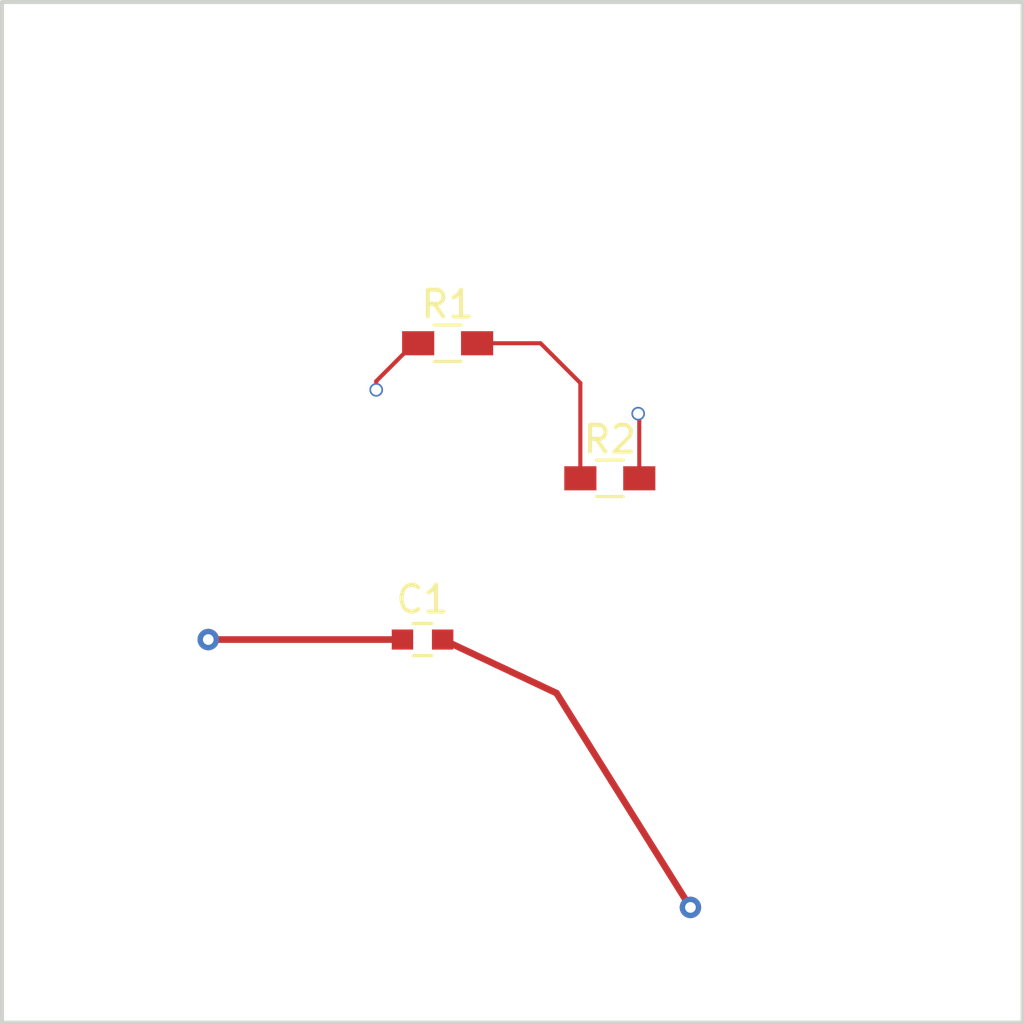
<source format=kicad_pcb>
(kicad_pcb (version 20170123) (host pcbnew "(2017-03-28 revision 8f3423b)-master")

  (general
    (links 0)
    (no_connects 1)
    (area 114.224999 76.124999 152.475001 114.375001)
    (thickness 1.6)
    (drawings 4)
    (tracks 15)
    (zones 0)
    (modules 3)
    (nets 4)
  )

  (page USLetter)
  (title_block
    (title "Topmetal-S sensor tiled plane, 10cm diameter version")
    (date 2017-03-28)
    (rev 0)
    (company LBNL)
  )

  (layers
    (0 F.Cu signal)
    (1 In1.Cu power)
    (2 In2.Cu jumper)
    (31 B.Cu signal)
    (33 F.Adhes user)
    (35 F.Paste user)
    (37 F.SilkS user)
    (39 F.Mask user)
    (40 Dwgs.User user)
    (41 Cmts.User user)
    (42 Eco1.User user)
    (43 Eco2.User user)
    (44 Edge.Cuts user)
    (45 Margin user)
    (47 F.CrtYd user)
    (49 F.Fab user)
  )

  (setup
    (last_trace_width 0.1524)
    (user_trace_width 0.1524)
    (user_trace_width 0.2032)
    (trace_clearance 0.1016)
    (zone_clearance 0.508)
    (zone_45_only no)
    (trace_min 0.1524)
    (segment_width 0.2)
    (edge_width 0.15)
    (via_size 0.508)
    (via_drill 0.381)
    (via_min_size 0.508)
    (via_min_drill 0.381)
    (user_via 0.508 0.381)
    (user_via 0.762 0.508)
    (uvia_size 0.3048)
    (uvia_drill 0.1016)
    (uvias_allowed no)
    (uvia_min_size 0)
    (uvia_min_drill 0)
    (pcb_text_width 0.3)
    (pcb_text_size 1.5 1.5)
    (mod_edge_width 0.15)
    (mod_text_size 1 1)
    (mod_text_width 0.15)
    (pad_size 1.2 0.9)
    (pad_drill 0)
    (pad_to_mask_clearance 0.2)
    (aux_axis_origin 0 0)
    (visible_elements FFFFFF7F)
    (pcbplotparams
      (layerselection 0x00030_80000001)
      (usegerberextensions false)
      (excludeedgelayer true)
      (linewidth 0.100000)
      (plotframeref false)
      (viasonmask false)
      (mode 1)
      (useauxorigin false)
      (hpglpennumber 1)
      (hpglpenspeed 20)
      (hpglpendiameter 15)
      (psnegative false)
      (psa4output false)
      (plotreference true)
      (plotvalue true)
      (plotinvisibletext false)
      (padsonsilk false)
      (subtractmaskfromsilk false)
      (outputformat 1)
      (mirror false)
      (drillshape 1)
      (scaleselection 1)
      (outputdirectory ""))
  )

  (net 0 "")
  (net 1 /GND)
  (net 2 /VDD)
  (net 3 /R12)

  (net_class Default "This is the default net class."
    (clearance 0.1016)
    (trace_width 0.1524)
    (via_dia 0.508)
    (via_drill 0.381)
    (uvia_dia 0.3048)
    (uvia_drill 0.1016)
    (add_net /GND)
    (add_net /R12)
    (add_net /VDD)
  )

  (module C_0603 (layer F.Cu) (tedit 58AA844E) (tstamp 58E4E849)
    (at 130 100)
    (descr "Capacitor SMD 0603, reflow soldering, AVX (see smccp.pdf)")
    (tags "capacitor 0603")
    (attr smd)
    (fp_text reference C1 (at 0 -1.5) (layer F.SilkS)
      (effects (font (size 1 1) (thickness 0.15)))
    )
    (fp_text value C_0603 (at 0 1.5) (layer F.Fab)
      (effects (font (size 1 1) (thickness 0.15)))
    )
    (fp_line (start 1.4 0.65) (end -1.4 0.65) (layer F.CrtYd) (width 0.05))
    (fp_line (start 1.4 0.65) (end 1.4 -0.65) (layer F.CrtYd) (width 0.05))
    (fp_line (start -1.4 -0.65) (end -1.4 0.65) (layer F.CrtYd) (width 0.05))
    (fp_line (start -1.4 -0.65) (end 1.4 -0.65) (layer F.CrtYd) (width 0.05))
    (fp_line (start 0.35 0.6) (end -0.35 0.6) (layer F.SilkS) (width 0.12))
    (fp_line (start -0.35 -0.6) (end 0.35 -0.6) (layer F.SilkS) (width 0.12))
    (fp_line (start -0.8 -0.4) (end 0.8 -0.4) (layer F.Fab) (width 0.1))
    (fp_line (start 0.8 -0.4) (end 0.8 0.4) (layer F.Fab) (width 0.1))
    (fp_line (start 0.8 0.4) (end -0.8 0.4) (layer F.Fab) (width 0.1))
    (fp_line (start -0.8 0.4) (end -0.8 -0.4) (layer F.Fab) (width 0.1))
    (fp_text user %R (at 0 -1.5) (layer F.Fab)
      (effects (font (size 1 1) (thickness 0.15)))
    )
    (pad 2 smd rect (at 0.75 0) (size 0.8 0.75) (layers F.Cu F.Paste F.Mask)
      (net 1 /GND))
    (pad 1 smd rect (at -0.75 0) (size 0.8 0.75) (layers F.Cu F.Paste F.Mask)
      (net 2 /VDD))
    (model Capacitors_SMD.3dshapes/C_0603.wrl
      (at (xyz 0 0 0))
      (scale (xyz 1 1 1))
      (rotate (xyz 0 0 0))
    )
  )

  (module Resistors_SMD:R_0603_HandSoldering (layer F.Cu) (tedit 58E0A804) (tstamp 58E4E6FE)
    (at 130.936067 88.938397)
    (descr "Resistor SMD 0603, hand soldering")
    (tags "resistor 0603")
    (path /58E4B144)
    (attr smd)
    (fp_text reference R1 (at 0 -1.45) (layer F.SilkS)
      (effects (font (size 1 1) (thickness 0.15)))
    )
    (fp_text value 100 (at 0 1.55) (layer F.Fab)
      (effects (font (size 1 1) (thickness 0.15)))
    )
    (fp_line (start 1.95 0.7) (end -1.96 0.7) (layer F.CrtYd) (width 0.05))
    (fp_line (start 1.95 0.7) (end 1.95 -0.7) (layer F.CrtYd) (width 0.05))
    (fp_line (start -1.96 -0.7) (end -1.96 0.7) (layer F.CrtYd) (width 0.05))
    (fp_line (start -1.96 -0.7) (end 1.95 -0.7) (layer F.CrtYd) (width 0.05))
    (fp_line (start -0.5 -0.68) (end 0.5 -0.68) (layer F.SilkS) (width 0.12))
    (fp_line (start 0.5 0.68) (end -0.5 0.68) (layer F.SilkS) (width 0.12))
    (fp_line (start -0.8 -0.4) (end 0.8 -0.4) (layer F.Fab) (width 0.1))
    (fp_line (start 0.8 -0.4) (end 0.8 0.4) (layer F.Fab) (width 0.1))
    (fp_line (start 0.8 0.4) (end -0.8 0.4) (layer F.Fab) (width 0.1))
    (fp_line (start -0.8 0.4) (end -0.8 -0.4) (layer F.Fab) (width 0.1))
    (fp_text user %R (at 0 0) (layer F.Fab)
      (effects (font (size 0.5 0.5) (thickness 0.075)))
    )
    (pad 2 smd rect (at 1.1 0) (size 1.2 0.9) (layers F.Cu F.Paste F.Mask)
      (net 3 /R12))
    (pad 1 smd rect (at -1.1 0) (size 1.2 0.9) (layers F.Cu F.Paste F.Mask)
      (net 2 /VDD))
    (model ${KISYS3DMOD}/Resistors_SMD.3dshapes/R_0603.wrl
      (at (xyz 0 0 0))
      (scale (xyz 1 1 1))
      (rotate (xyz 0 0 0))
    )
  )

  (module Resistors_SMD:R_0603_HandSoldering (layer F.Cu) (tedit 58E0A804) (tstamp 58E4E70F)
    (at 136.99 93.98)
    (descr "Resistor SMD 0603, hand soldering")
    (tags "resistor 0603")
    (path /58E4B145)
    (attr smd)
    (fp_text reference R2 (at 0 -1.45) (layer F.SilkS)
      (effects (font (size 1 1) (thickness 0.15)))
    )
    (fp_text value 1k (at 0 1.55) (layer F.Fab)
      (effects (font (size 1 1) (thickness 0.15)))
    )
    (fp_text user %R (at 0 0) (layer F.Fab)
      (effects (font (size 0.5 0.5) (thickness 0.075)))
    )
    (fp_line (start -0.8 0.4) (end -0.8 -0.4) (layer F.Fab) (width 0.1))
    (fp_line (start 0.8 0.4) (end -0.8 0.4) (layer F.Fab) (width 0.1))
    (fp_line (start 0.8 -0.4) (end 0.8 0.4) (layer F.Fab) (width 0.1))
    (fp_line (start -0.8 -0.4) (end 0.8 -0.4) (layer F.Fab) (width 0.1))
    (fp_line (start 0.5 0.68) (end -0.5 0.68) (layer F.SilkS) (width 0.12))
    (fp_line (start -0.5 -0.68) (end 0.5 -0.68) (layer F.SilkS) (width 0.12))
    (fp_line (start -1.96 -0.7) (end 1.95 -0.7) (layer F.CrtYd) (width 0.05))
    (fp_line (start -1.96 -0.7) (end -1.96 0.7) (layer F.CrtYd) (width 0.05))
    (fp_line (start 1.95 0.7) (end 1.95 -0.7) (layer F.CrtYd) (width 0.05))
    (fp_line (start 1.95 0.7) (end -1.96 0.7) (layer F.CrtYd) (width 0.05))
    (pad 1 smd rect (at -1.1 0) (size 1.2 0.9) (layers F.Cu F.Paste F.Mask)
      (net 3 /R12))
    (pad 2 smd rect (at 1.1 0) (size 1.2 0.9) (layers F.Cu F.Paste F.Mask)
      (net 1 /GND))
    (model ${KISYS3DMOD}/Resistors_SMD.3dshapes/R_0603.wrl
      (at (xyz 0 0 0))
      (scale (xyz 1 1 1))
      (rotate (xyz 0 0 0))
    )
  )

  (gr_line (start 152.4 76.2) (end 114.3 76.2) (layer Edge.Cuts) (width 0.15))
  (gr_line (start 152.4 114.3) (end 152.4 76.2) (layer Edge.Cuts) (width 0.15))
  (gr_line (start 114.3 114.3) (end 152.4 114.3) (layer Edge.Cuts) (width 0.15))
  (gr_line (start 114.3 76.2) (end 114.3 114.3) (layer Edge.Cuts) (width 0.15))

  (via (at 140 110) (size 0.8) (drill 0.4) (layers F.Cu B.Cu) (net 1))
  (segment (start 135 102) (end 140 110) (width 0.25) (layer F.Cu) (net 1))
  (segment (start 130.75 100) (end 135 102) (width 0.25) (layer F.Cu) (net 1))
  (via (at 122 100) (size 0.8) (drill 0.4) (layers F.Cu B.Cu) (net 2))
  (segment (start 129.25 100) (end 122 100) (width 0.25) (layer F.Cu) (net 2))
  (segment (start 138.09 93.98) (end 138.09 91.608) (width 0.1524) (layer F.Cu) (net 1))
  (segment (start 138.09 91.608) (end 138.049 91.567) (width 0.1524) (layer F.Cu) (net 1))
  (via (at 138.049 91.567) (size 0.508) (drill 0.381) (layers F.Cu B.Cu) (net 1))
  (segment (start 129.836067 88.938397) (end 129.686067 88.938397) (width 0.1524) (layer F.Cu) (net 2))
  (segment (start 129.686067 88.938397) (end 128.27 90.354464) (width 0.1524) (layer F.Cu) (net 2))
  (segment (start 128.27 90.354464) (end 128.27 90.678) (width 0.1524) (layer F.Cu) (net 2))
  (via (at 128.27 90.678) (size 0.508) (drill 0.381) (layers F.Cu B.Cu) (net 2))
  (segment (start 135.89 93.98) (end 135.89 90.424) (width 0.1524) (layer F.Cu) (net 3))
  (segment (start 135.89 90.424) (end 134.404397 88.938397) (width 0.1524) (layer F.Cu) (net 3))
  (segment (start 134.404397 88.938397) (end 132.036067 88.938397) (width 0.1524) (layer F.Cu) (net 3))

  (zone (net 1) (net_name /GND) (layer In1.Cu) (tstamp 0) (hatch edge 0.508)
    (connect_pads (clearance 0.508))
    (min_thickness 0.254)
    (fill yes (arc_segments 16) (thermal_gap 0.508) (thermal_bridge_width 0.508))
    (polygon
      (pts
        (xy 114.3 76.2) (xy 152.4 76.2) (xy 152.4 114.3) (xy 114.3 114.3)
      )
    )
    (filled_polygon
      (pts
        (xy 151.69 113.59) (xy 115.01 113.59) (xy 115.01 90.854057) (xy 127.380846 90.854057) (xy 127.515903 91.18092)
        (xy 127.765764 91.431218) (xy 128.092391 91.566846) (xy 128.446057 91.567154) (xy 128.77292 91.432097) (xy 129.023218 91.182236)
        (xy 129.158846 90.855609) (xy 129.159154 90.501943) (xy 129.024097 90.17508) (xy 128.774236 89.924782) (xy 128.447609 89.789154)
        (xy 128.093943 89.788846) (xy 127.76708 89.923903) (xy 127.516782 90.173764) (xy 127.381154 90.500391) (xy 127.380846 90.854057)
        (xy 115.01 90.854057) (xy 115.01 76.91) (xy 151.69 76.91)
      )
    )
  )
  (zone (net 1) (net_name /GND) (layer F.Cu) (tstamp 58E4E859) (hatch edge 0.508)
    (connect_pads (clearance 0.508))
    (min_thickness 0.254)
    (fill (arc_segments 16) (thermal_gap 0.508) (thermal_bridge_width 0.508))
    (polygon
      (pts
        (xy 115.5954 113.03) (xy 151.13 113.03) (xy 151.13 77.47) (xy 127 80.01) (xy 115.5954 85.09)
      )
    )
  )
  (zone (net 2) (net_name /VDD) (layer In2.Cu) (tstamp 58DA2D1C) (hatch edge 0.508)
    (connect_pads (clearance 0.508))
    (min_thickness 0.254)
    (fill yes (arc_segments 16) (thermal_gap 0.508) (thermal_bridge_width 0.508))
    (polygon
      (pts
        (xy 114.3 76.2) (xy 152.4 76.2) (xy 152.4 114.3) (xy 114.3 114.3)
      )
    )
    (filled_polygon
      (pts
        (xy 151.69 113.59) (xy 115.01 113.59) (xy 115.01 91.743057) (xy 137.159846 91.743057) (xy 137.294903 92.06992)
        (xy 137.544764 92.320218) (xy 137.871391 92.455846) (xy 138.225057 92.456154) (xy 138.55192 92.321097) (xy 138.802218 92.071236)
        (xy 138.937846 91.744609) (xy 138.938154 91.390943) (xy 138.803097 91.06408) (xy 138.553236 90.813782) (xy 138.226609 90.678154)
        (xy 137.872943 90.677846) (xy 137.54608 90.812903) (xy 137.295782 91.062764) (xy 137.160154 91.389391) (xy 137.159846 91.743057)
        (xy 115.01 91.743057) (xy 115.01 76.91) (xy 151.69 76.91)
      )
    )
  )
)

</source>
